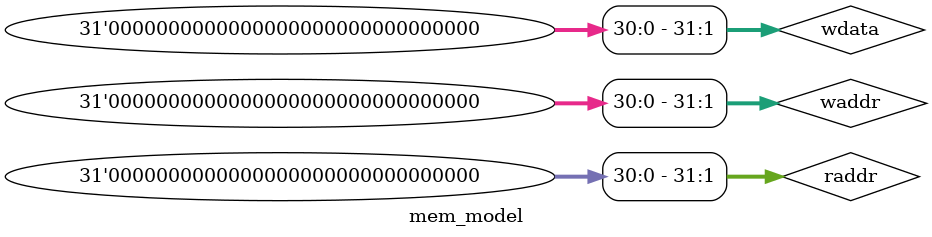
<source format=sv>


module mem_model(MEMIF.to_mem  memif,AXI_clks.to_rtl clks);

parameter DWIDTH = 32;
parameter AWIDTH = 32; 
parameter MEM_DEPTH = (1<<AWIDTH);

logic  [AWIDTH-1:0] waddr;
logic  [DWIDTH-1:0] wdata;
logic               write;
logic  [AWIDTH-1:0] raddr;
logic  [DWIDTH-1:0] rdata;

assign waddr          = memif.f0_waddr;
assign wdata          = memif.f0_wdata;
assign write          = memif.f0_write;
assign raddr          = memif.f0_raddr;
assign memif.f0_rdata = rdata;


reg [DWIDTH-1:0] mem[0:MEM_DEPTH-1];

logic [DWIDTH-1:0] m00,m01,m02,m03;
assign m00=mem[0];
assign m01=mem[1];
assign m02=mem[2];
assign m03=mem[3];

always @(*) begin
  rdata <= #1 mem[raddr];
end

always @(posedge(clks.clk)) begin
  if(write) begin
    mem[waddr]<=#1 wdata;
  end
end

endmodule

</source>
